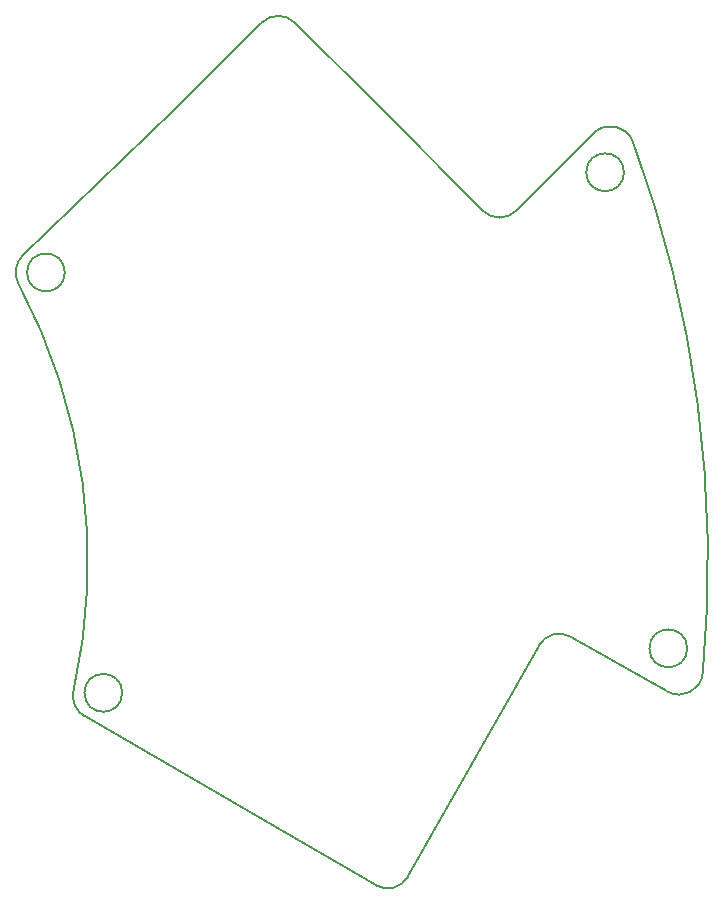
<source format=gbr>
G04 #@! TF.GenerationSoftware,KiCad,Pcbnew,(6.0.11)*
G04 #@! TF.CreationDate,2023-08-29T15:51:08+09:00*
G04 #@! TF.ProjectId,kicker_board,6b69636b-6572-45f6-926f-6172642e6b69,rev?*
G04 #@! TF.SameCoordinates,Original*
G04 #@! TF.FileFunction,Profile,NP*
%FSLAX46Y46*%
G04 Gerber Fmt 4.6, Leading zero omitted, Abs format (unit mm)*
G04 Created by KiCad (PCBNEW (6.0.11)) date 2023-08-29 15:51:08*
%MOMM*%
%LPD*%
G01*
G04 APERTURE LIST*
G04 #@! TA.AperFunction,Profile*
%ADD10C,0.200000*%
G04 #@! TD*
G04 APERTURE END LIST*
D10*
X181271777Y-120320670D02*
G75*
G03*
X175344838Y-75301240I-102062277J9463070D01*
G01*
X128945714Y-123984298D02*
X144581782Y-133011786D01*
X156327813Y-137525128D02*
X167377956Y-117982704D01*
X153740552Y-72251497D02*
X146734080Y-65245025D01*
X162648125Y-81159070D02*
X153740552Y-72251497D01*
X144581782Y-133011786D02*
X153577963Y-138267601D01*
X172054814Y-74580809D02*
X165476552Y-81159070D01*
X143905653Y-65245025D02*
X136517948Y-72632730D01*
X162648125Y-81159070D02*
G75*
G03*
X165476552Y-81159070I1414214J1414211D01*
G01*
X175344788Y-75301258D02*
G75*
G03*
X172054814Y-74580809I-1875788J-693742D01*
G01*
X179950668Y-118214855D02*
G75*
G03*
X179950668Y-118214855I-1600000J0D01*
G01*
X178280308Y-121868058D02*
G75*
G03*
X181271758Y-120320668I999992J1732058D01*
G01*
X170103303Y-117226203D02*
G75*
G03*
X167377956Y-117982704I-984403J-1740997D01*
G01*
X127994324Y-121813990D02*
G75*
G03*
X123325818Y-87325611I-48784794J10956430D01*
G01*
X170103327Y-117226161D02*
X176743998Y-120981088D01*
X127256964Y-86385419D02*
G75*
G03*
X127256964Y-86385419I-1600000J0D01*
G01*
X146734080Y-65245025D02*
G75*
G03*
X143905653Y-65245025I-1414213J-1414211D01*
G01*
X136517948Y-72632730D02*
X123704891Y-84942053D01*
X127994312Y-121813988D02*
G75*
G03*
X128945714Y-123984298I1951488J-438212D01*
G01*
X123704860Y-84942021D02*
G75*
G03*
X123325818Y-87325611I1385640J-1442279D01*
G01*
X176743998Y-120981088D02*
X178280300Y-121868072D01*
X174604261Y-77908450D02*
G75*
G03*
X174604261Y-77908450I-1600000J0D01*
G01*
X153577978Y-138267576D02*
G75*
G03*
X156327813Y-137525128I1008922J1726776D01*
G01*
X132117673Y-121980682D02*
G75*
G03*
X132117673Y-121980682I-1600000J0D01*
G01*
M02*

</source>
